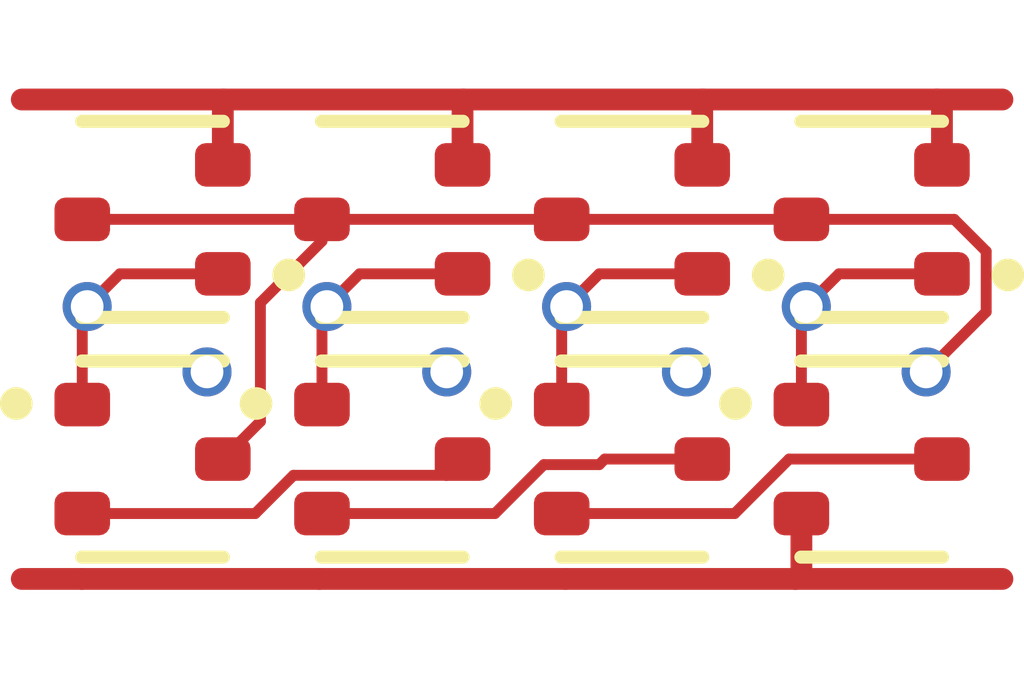
<source format=kicad_pcb>
(kicad_pcb (version 20241229) (generator "pcbnew") (generator_version "9.0")
  (layers (0 "F.Cu" signal) (2 "B.Cu" signal) (13 "F.Paste" user) (15 "B.Paste" user) (5 "F.SilkS" user "F.Silkscreen") (7 "B.SilkS" user "B.Silkscreen") (1 "F.Mask" user) (3 "B.Mask" user) (25 "Edge.Cuts" user))
  (net 0 "")
  (net 1 "GND")
  (net 2 "Y")
  (net 3 "A3")
  (net 4 "VDD")
  (net 5 "A1")
  (net 6 "A2")
  (net 7 "int1")
  (net 8 "int2")
  (net 9 "A4")
  (net 10 "int3")
  (footprint "Package_TO_SOT_SMD:SOT-523" (layer "F.Cu") (at 1.1 1.1 180)
    (property "Reference" "N1" (hide yes))
    (property "Value" "")
    (fp_line (start 0.65 0.9) (end -0.65 0.9) (stroke (width 0.12)) (layer "F.SilkS"))
    (fp_line (start 0.65 -0.9) (end -0.65 -0.9) (stroke (width 0.12)) (layer "F.SilkS"))
    (fp_circle (center -1.25 -0.51) (end -1.1 -0.51) (fill yes) (layer "F.SilkS"))
    (pad "1" smd roundrect (at -0.645 -0.5) (size 0.51 0.4) (layers "F.Cu" "F.Mask" "F.Paste") (net 5 "A1"))
    (pad "2" smd roundrect (at -0.645 0.5) (size 0.51 0.4) (layers "F.Cu" "F.Mask" "F.Paste") (net 1 "GND"))
    (pad "3" smd roundrect (at 0.645 0) (size 0.51 0.4) (layers "F.Cu" "F.Mask" "F.Paste") (net 2 "Y"))
  )
  (footprint "Package_TO_SOT_SMD:SOT-523" (layer "F.Cu") (at 7.7 3.3)
    (property "Reference" "P4" (hide yes))
    (property "Value" "")
    (fp_line (start 0.65 -0.9) (end -0.65 -0.9) (stroke (width 0.12)) (layer "F.SilkS"))
    (fp_line (start 0.65 0.9) (end -0.65 0.9) (stroke (width 0.12)) (layer "F.SilkS"))
    (fp_circle (center -1.25 -0.51) (end -1.1 -0.51) (fill yes) (layer "F.SilkS"))
    (pad "1" smd roundrect (at -0.645 -0.5 180) (size 0.51 0.4) (layers "F.Cu" "F.Mask" "F.Paste") (net 9 "A4"))
    (pad "2" smd roundrect (at -0.645 0.5 180) (size 0.51 0.4) (layers "F.Cu" "F.Mask" "F.Paste") (net 4 "VDD"))
    (pad "3" smd roundrect (at 0.645 0 180) (size 0.51 0.4) (layers "F.Cu" "F.Mask" "F.Paste") (net 10 "int3"))
  )
  (footprint "Package_TO_SOT_SMD:SOT-523" (layer "F.Cu") (at 5.5 1.1 180)
    (property "Reference" "N3" (hide yes))
    (property "Value" "")
    (fp_line (start 0.65 0.9) (end -0.65 0.9) (stroke (width 0.12)) (layer "F.SilkS"))
    (fp_line (start 0.65 -0.9) (end -0.65 -0.9) (stroke (width 0.12)) (layer "F.SilkS"))
    (fp_circle (center -1.25 -0.51) (end -1.1 -0.51) (fill yes) (layer "F.SilkS"))
    (pad "1" smd roundrect (at -0.645 -0.5) (size 0.51 0.4) (layers "F.Cu" "F.Mask" "F.Paste") (net 3 "A3"))
    (pad "2" smd roundrect (at -0.645 0.5) (size 0.51 0.4) (layers "F.Cu" "F.Mask" "F.Paste") (net 1 "GND"))
    (pad "3" smd roundrect (at 0.645 0) (size 0.51 0.4) (layers "F.Cu" "F.Mask" "F.Paste") (net 2 "Y"))
  )
  (footprint "Package_TO_SOT_SMD:SOT-523" (layer "F.Cu") (at 1.1 3.3)
    (property "Reference" "P1" (hide yes))
    (property "Value" "")
    (fp_line (start 0.65 -0.9) (end -0.65 -0.9) (stroke (width 0.12)) (layer "F.SilkS"))
    (fp_line (start 0.65 0.9) (end -0.65 0.9) (stroke (width 0.12)) (layer "F.SilkS"))
    (fp_circle (center -1.25 -0.51) (end -1.1 -0.51) (fill yes) (layer "F.SilkS"))
    (pad "1" smd roundrect (at -0.645 -0.5 180) (size 0.51 0.4) (layers "F.Cu" "F.Mask" "F.Paste") (net 5 "A1"))
    (pad "2" smd roundrect (at -0.645 0.5 180) (size 0.51 0.4) (layers "F.Cu" "F.Mask" "F.Paste") (net 7 "int1"))
    (pad "3" smd roundrect (at 0.645 0 180) (size 0.51 0.4) (layers "F.Cu" "F.Mask" "F.Paste") (net 2 "Y"))
  )
  (footprint "Package_TO_SOT_SMD:SOT-523" (layer "F.Cu") (at 3.3 1.1 180)
    (property "Reference" "N2" (hide yes))
    (property "Value" "")
    (fp_line (start 0.65 0.9) (end -0.65 0.9) (stroke (width 0.12)) (layer "F.SilkS"))
    (fp_line (start 0.65 -0.9) (end -0.65 -0.9) (stroke (width 0.12)) (layer "F.SilkS"))
    (fp_circle (center -1.25 -0.51) (end -1.1 -0.51) (fill yes) (layer "F.SilkS"))
    (pad "1" smd roundrect (at -0.645 -0.5) (size 0.51 0.4) (layers "F.Cu" "F.Mask" "F.Paste") (net 6 "A2"))
    (pad "2" smd roundrect (at -0.645 0.5) (size 0.51 0.4) (layers "F.Cu" "F.Mask" "F.Paste") (net 1 "GND"))
    (pad "3" smd roundrect (at 0.645 0) (size 0.51 0.4) (layers "F.Cu" "F.Mask" "F.Paste") (net 2 "Y"))
  )
  (footprint "Package_TO_SOT_SMD:SOT-523" (layer "F.Cu") (at 7.7 1.1 180)
    (property "Reference" "N4" (hide yes))
    (property "Value" "")
    (fp_line (start 0.65 0.9) (end -0.65 0.9) (stroke (width 0.12)) (layer "F.SilkS"))
    (fp_line (start 0.65 -0.9) (end -0.65 -0.9) (stroke (width 0.12)) (layer "F.SilkS"))
    (fp_circle (center -1.25 -0.51) (end -1.1 -0.51) (fill yes) (layer "F.SilkS"))
    (pad "1" smd roundrect (at -0.645 -0.5) (size 0.51 0.4) (layers "F.Cu" "F.Mask" "F.Paste") (net 9 "A4"))
    (pad "2" smd roundrect (at -0.645 0.5) (size 0.51 0.4) (layers "F.Cu" "F.Mask" "F.Paste") (net 1 "GND"))
    (pad "3" smd roundrect (at 0.645 0) (size 0.51 0.4) (layers "F.Cu" "F.Mask" "F.Paste") (net 2 "Y"))
  )
  (footprint "Package_TO_SOT_SMD:SOT-523" (layer "F.Cu") (at 3.3 3.3)
    (property "Reference" "P2" (hide yes))
    (property "Value" "")
    (fp_line (start 0.65 -0.9) (end -0.65 -0.9) (stroke (width 0.12)) (layer "F.SilkS"))
    (fp_line (start 0.65 0.9) (end -0.65 0.9) (stroke (width 0.12)) (layer "F.SilkS"))
    (fp_circle (center -1.25 -0.51) (end -1.1 -0.51) (fill yes) (layer "F.SilkS"))
    (pad "1" smd roundrect (at -0.645 -0.5 180) (size 0.51 0.4) (layers "F.Cu" "F.Mask" "F.Paste") (net 6 "A2"))
    (pad "2" smd roundrect (at -0.645 0.5 180) (size 0.51 0.4) (layers "F.Cu" "F.Mask" "F.Paste") (net 8 "int2"))
    (pad "3" smd roundrect (at 0.645 0 180) (size 0.51 0.4) (layers "F.Cu" "F.Mask" "F.Paste") (net 7 "int1"))
  )
  (footprint "Package_TO_SOT_SMD:SOT-523" (layer "F.Cu") (at 5.5 3.3)
    (property "Reference" "P3" (hide yes))
    (property "Value" "")
    (fp_line (start 0.65 -0.9) (end -0.65 -0.9) (stroke (width 0.12)) (layer "F.SilkS"))
    (fp_line (start 0.65 0.9) (end -0.65 0.9) (stroke (width 0.12)) (layer "F.SilkS"))
    (fp_circle (center -1.25 -0.51) (end -1.1 -0.51) (fill yes) (layer "F.SilkS"))
    (pad "1" smd roundrect (at -0.645 -0.5 180) (size 0.51 0.4) (layers "F.Cu" "F.Mask" "F.Paste") (net 3 "A3"))
    (pad "2" smd roundrect (at -0.645 0.5 180) (size 0.51 0.4) (layers "F.Cu" "F.Mask" "F.Paste") (net 10 "int3"))
    (pad "3" smd roundrect (at 0.645 0 180) (size 0.51 0.4) (layers "F.Cu" "F.Mask" "F.Paste") (net 8 "int2"))
  )
  (via (at 3.8 2.5) (size 0.45) (drill 0.3) (layers "F.Cu" "B.Cu") (net 0))
  (via (at 6 2.5) (size 0.45) (drill 0.3) (layers "F.Cu" "B.Cu") (net 0))
  (via (at 1.6 2.5) (size 0.45) (drill 0.3) (layers "F.Cu" "B.Cu") (net 0))
  (segment (start 3.95 0) (end 6.15 0) (width 0.2) (layer "F.Cu") (net 1))
  (segment (start 3.945 0.6) (end 3.945 0.005) (width 0.2) (layer "F.Cu") (net 1))
  (segment (start 6.145 0.005) (end 6.15 0) (width 0.2) (layer "F.Cu") (net 1))
  (segment (start -0.1 0) (end 1.75 0) (width 0.2) (layer "F.Cu") (net 1))
  (segment (start 8.345 0.045) (end 8.3 0) (width 0.2) (layer "F.Cu") (net 1))
  (segment (start 3.945 0.005) (end 3.95 0) (width 0.2) (layer "F.Cu") (net 1))
  (segment (start 8.3 0) (end 8.9 0) (width 0.2) (layer "F.Cu") (net 1))
  (segment (start 6.145 0.6) (end 6.145 0.005) (width 0.2) (layer "F.Cu") (net 1))
  (segment (start 8.345 0.6) (end 8.345 0.045) (width 0.2) (layer "F.Cu") (net 1))
  (segment (start 1.745 0.6) (end 1.745 0.005) (width 0.2) (layer "F.Cu") (net 1))
  (segment (start 1.75 0) (end 3.95 0) (width 0.2) (layer "F.Cu") (net 1))
  (segment (start 1.745 0.005) (end 1.75 0) (width 0.2) (layer "F.Cu") (net 1))
  (segment (start 6.15 0) (end 8.3 0) (width 0.2) (layer "F.Cu") (net 1))
  (segment (start 8.751 1.393262) (end 8.751 1.949) (width 0.1) (layer "F.Cu") (net 2))
  (segment (start 2.09 1.864999) (end 2.09 2.955) (width 0.1) (layer "F.Cu") (net 2))
  (segment (start 2.655 1.1) (end 0.455 1.1) (width 0.1) (layer "F.Cu") (net 2))
  (segment (start 4.855 1.1) (end 7.055 1.1) (width 0.1) (layer "F.Cu") (net 2))
  (segment (start 2.655 1.299999) (end 2.09 1.864999) (width 0.1) (layer "F.Cu") (net 2))
  (segment (start 8.457738 1.1) (end 8.751 1.393262) (width 0.1) (layer "F.Cu") (net 2))
  (segment (start 4.855 1.1) (end 2.655 1.1) (width 0.1) (layer "F.Cu") (net 2))
  (segment (start 7.055 1.1) (end 8.457738 1.1) (width 0.1) (layer "F.Cu") (net 2))
  (segment (start 2.655 1.1) (end 2.655 1.299999) (width 0.1) (layer "F.Cu") (net 2))
  (segment (start 2.09 2.955) (end 1.745 3.3) (width 0.1) (layer "F.Cu") (net 2))
  (segment (start 8.751 1.949) (end 8.2 2.5) (width 0.1) (layer "F.Cu") (net 2))
  (via (at 8.2 2.5) (size 0.45) (drill 0.3) (layers "F.Cu" "B.Cu") (net 2))
  (segment (start 5.2 1.6) (end 4.9 1.9) (width 0.1) (layer "F.Cu") (net 3))
  (segment (start 6.145 1.6) (end 5.2 1.6) (width 0.1) (layer "F.Cu") (net 3))
  (segment (start 4.855 1.945) (end 4.9 1.9) (width 0.1) (layer "F.Cu") (net 3))
  (segment (start 4.855 2.8) (end 4.855 1.945) (width 0.1) (layer "F.Cu") (net 3))
  (via (at 4.9 1.9) (size 0.45) (drill 0.3) (layers "F.Cu" "B.Cu") (net 3))
  (segment (start -0.1 4.4) (end 0.45 4.4) (width 0.2) (layer "F.Cu") (net 4))
  (segment (start 4.89 4.4) (end 7 4.4) (width 0.2) (layer "F.Cu") (net 4))
  (segment (start 2.63 4.4) (end 4.89 4.4) (width 0.2) (layer "F.Cu") (net 4))
  (segment (start 7.055 4.345) (end 7 4.4) (width 0.2) (layer "F.Cu") (net 4))
  (segment (start 7.055 3.8) (end 7.055 4.345) (width 0.2) (layer "F.Cu") (net 4))
  (segment (start 0.45 4.4) (end 2.63 4.4) (width 0.2) (layer "F.Cu") (net 4))
  (segment (start 7 4.4) (end 8.9 4.4) (width 0.2) (layer "F.Cu") (net 4))
  (segment (start 1.745 1.6) (end 0.8 1.6) (width 0.1) (layer "F.Cu") (net 5))
  (segment (start 0.8 1.6) (end 0.5 1.9) (width 0.1) (layer "F.Cu") (net 5))
  (segment (start 0.455 1.945) (end 0.5 1.9) (width 0.1) (layer "F.Cu") (net 5))
  (segment (start 0.455 2.8) (end 0.455 1.945) (width 0.1) (layer "F.Cu") (net 5))
  (via (at 0.5 1.9) (size 0.45) (drill 0.3) (layers "F.Cu" "B.Cu") (net 5))
  (segment (start 2.655 1.945) (end 2.7 1.9) (width 0.1) (layer "F.Cu") (net 6))
  (segment (start 3 1.6) (end 2.7 1.9) (width 0.1) (layer "F.Cu") (net 6))
  (segment (start 3.945 1.6) (end 3 1.6) (width 0.1) (layer "F.Cu") (net 6))
  (segment (start 2.655 2.8) (end 2.655 1.945) (width 0.1) (layer "F.Cu") (net 6))
  (via (at 2.7 1.9) (size 0.45) (drill 0.3) (layers "F.Cu" "B.Cu") (net 6))
  (segment (start 3.796 3.449) (end 3.945 3.3) (width 0.1) (layer "F.Cu") (net 7))
  (segment (start 2.393262 3.449) (end 3.796 3.449) (width 0.1) (layer "F.Cu") (net 7))
  (segment (start 2.042262 3.8) (end 2.393262 3.449) (width 0.1) (layer "F.Cu") (net 7))
  (segment (start 0.455 3.8) (end 2.042262 3.8) (width 0.1) (layer "F.Cu") (net 7))
  (segment (start 5.199581 3.351) (end 5.25058 3.3) (width 0.1) (layer "F.Cu") (net 8))
  (segment (start 5.25058 3.3) (end 6.145 3.3) (width 0.1) (layer "F.Cu") (net 8))
  (segment (start 2.655 3.8) (end 4.242262 3.8) (width 0.1) (layer "F.Cu") (net 8))
  (segment (start 4.242262 3.8) (end 4.691262 3.351) (width 0.1) (layer "F.Cu") (net 8))
  (segment (start 4.691262 3.351) (end 5.199581 3.351) (width 0.1) (layer "F.Cu") (net 8))
  (segment (start 7.055 2.8) (end 7.055 1.945) (width 0.1) (layer "F.Cu") (net 9))
  (segment (start 7.4 1.6) (end 7.1 1.9) (width 0.1) (layer "F.Cu") (net 9))
  (segment (start 7.055 1.945) (end 7.1 1.9) (width 0.1) (layer "F.Cu") (net 9))
  (segment (start 8.345 1.6) (end 7.4 1.6) (width 0.1) (layer "F.Cu") (net 9))
  (via (at 7.1 1.9) (size 0.45) (drill 0.3) (layers "F.Cu" "B.Cu") (net 9))
  (segment (start 4.855 3.8) (end 6.442262 3.8) (width 0.1) (layer "F.Cu") (net 10))
  (segment (start 6.442262 3.8) (end 6.942262 3.3) (width 0.1) (layer "F.Cu") (net 10))
  (segment (start 6.942262 3.3) (end 8.345 3.3) (width 0.1) (layer "F.Cu") (net 10))
)
</source>
